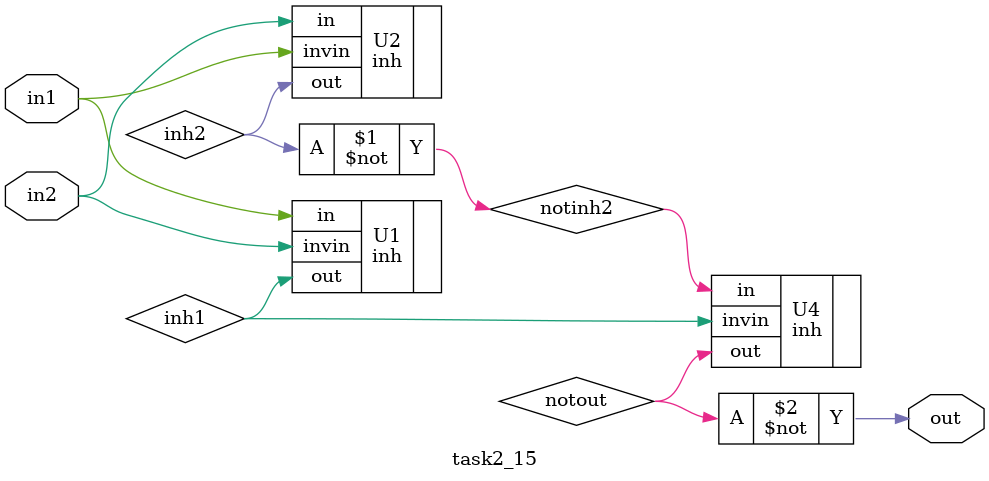
<source format=v>
`include "inh.v"
module task2_15(in1, in2, out);
    input in1, in2;
    output out;
    wire inh1, inh2, notinh1,notinh2, notout;

    inh U1(.out(inh1), .in(in1), .invin(in2));
    inh U2(.out(inh2), .in(in2), .invin(in1));
    not U3(notinh2, inh2);
    inh U4(.out(notout), .in(notinh2), .invin(inh1));
    not U5(out, notout);
endmodule
</source>
